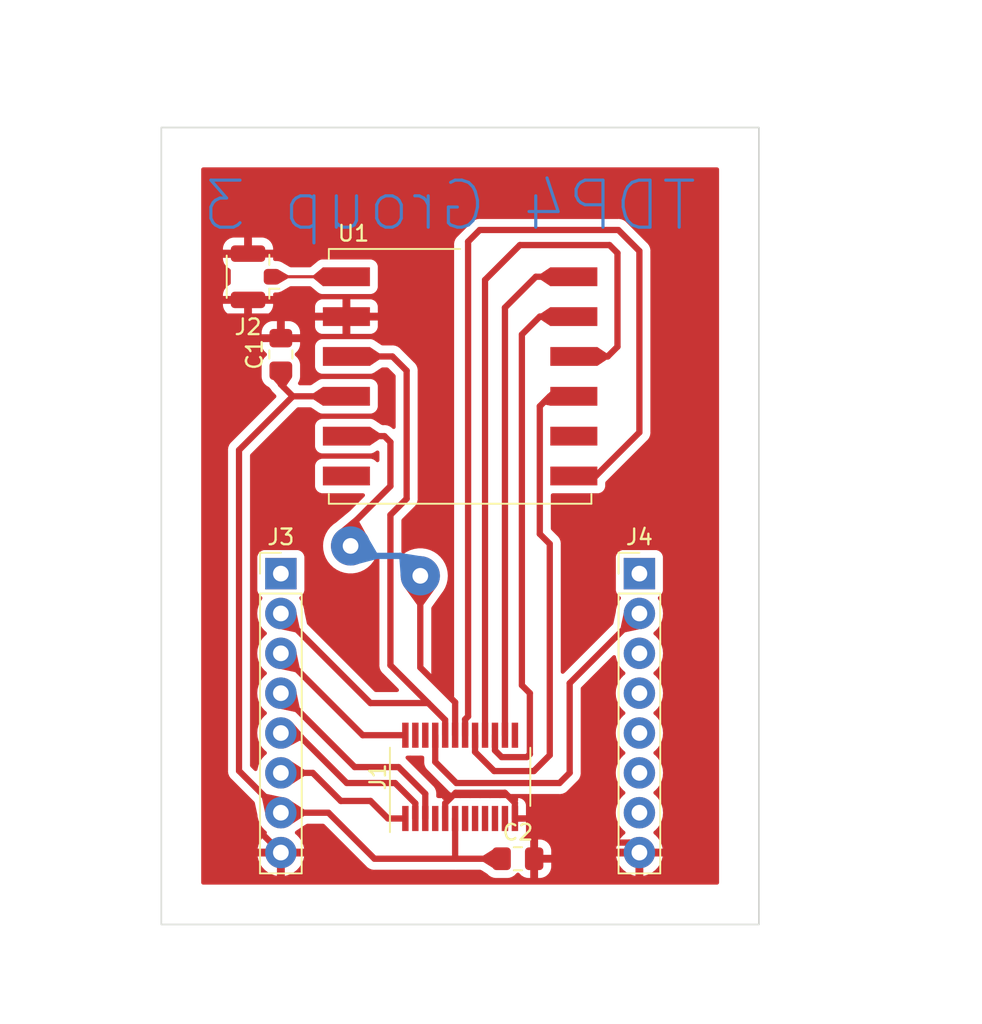
<source format=kicad_pcb>
(kicad_pcb (version 20221018) (generator pcbnew)
  (layers (0 "F.Cu" signal) (31 "B.Cu" signal) (44 "Edge.Cuts" user))
  (net 0 "")
  (net 1 "Net-(J1-U_MOSI)")
  (net 2 "Net-(J1-U_MISO)")
  (net 3 "Net-(J1-U_CLK)")
  (net 5 "GND")
  (net 6 "+3V3")
  (net 13 "Net-(J1-M_SEL)")
  (net 14 "Net-(J1-M_MISO)")
  (net 15 "Net-(J1-M_MOSI)")
  (net 16 "Net-(J1-M_CLK)")
  (net 17 "Net-(J1-M_CTRL)")
  (net 18 "Net-(J1-M_IRQ)")
  (net 19 "Net-(J1-SDN)")
  (net 20 "Net-(J1-U_IRQ)")
  (net 23 "Net-(J1-U_SEL)")
  (net 33 "Net-(J2-In)")
  (footprint "Capacitor_SMD:C_0805_2012Metric_Pad1.18x1.45mm_HandSolder" (layer "F.Cu") (at 58.42 115.6843 90)
    (fp_text reference "C1" (at 0 -1.68 90) (layer "F.SilkS"))
    (fp_text value "C")
    (fp_line (start -0.261252 -0.735) (end 0.261252 -0.735) (stroke (width 0.12)) (layer "F.SilkS"))
    (fp_line (start -0.261252 0.735) (end 0.261252 0.735) (stroke (width 0.12)) (layer "F.SilkS"))
    (pad "1" smd roundrect (at -1.0375 0 90) (size 1.175 1.45) (layers "F.Cu" "F.Paste" "F.Mask") (roundrect_rratio 0.212766) (net 6 "+3V3"))
    (pad "2" smd roundrect (at 1.0375 0 90) (size 1.175 1.45) (layers "F.Cu" "F.Paste" "F.Mask") (roundrect_rratio 0.212766) (net 5 "GND"))
  )
  (footprint "Connector_PinHeader_2.54mm:PinHeader_1x08_P2.54mm_Vertical" (layer "F.Cu") (at 58.42 129.6543)
    (fp_text reference "J3" (at 0 -2.33) (layer "F.SilkS"))
    (fp_text value "Conn_01x08")
    (fp_line (start -1.33 -1.33) (end 0 -1.33) (stroke (width 0.12)) (layer "F.SilkS"))
    (fp_line (start -1.33 0) (end -1.33 -1.33) (stroke (width 0.12)) (layer "F.SilkS"))
    (fp_line (start -1.33 1.27) (end -1.33 19.11) (stroke (width 0.12)) (layer "F.SilkS"))
    (fp_line (start -1.33 1.27) (end 1.33 1.27) (stroke (width 0.12)) (layer "F.SilkS"))
    (fp_line (start -1.33 19.11) (end 1.33 19.11) (stroke (width 0.12)) (layer "F.SilkS"))
    (fp_line (start 1.33 1.27) (end 1.33 19.11) (stroke (width 0.12)) (layer "F.SilkS"))
    (pad "1" thru_hole rect (at 0 0) (size 2 2) (drill 1) (layers "*.Cu" "*.Mask"))
    (pad "2" thru_hole oval (at 0 2.54) (size 2 2) (drill 1) (layers "*.Cu" "*.Mask") (net 19 "Net-(J1-SDN)"))
    (pad "3" thru_hole oval (at 0 5.08) (size 2 2) (drill 1) (layers "*.Cu" "*.Mask") (net 23 "Net-(J1-U_SEL)"))
    (pad "4" thru_hole oval (at 0 7.62) (size 2 2) (drill 1) (layers "*.Cu" "*.Mask") (net 3 "Net-(J1-U_CLK)"))
    (pad "5" thru_hole oval (at 0 10.16) (size 2 2) (drill 1) (layers "*.Cu" "*.Mask") (net 2 "Net-(J1-U_MISO)"))
    (pad "6" thru_hole oval (at 0 12.7) (size 2 2) (drill 1) (layers "*.Cu" "*.Mask") (net 1 "Net-(J1-U_MOSI)"))
    (pad "7" thru_hole oval (at 0 15.24) (size 2 2) (drill 1) (layers "*.Cu" "*.Mask") (net 6 "+3V3"))
    (pad "8" thru_hole oval (at 0 17.78) (size 2 2) (drill 1) (layers "*.Cu" "*.Mask") (net 5 "GND"))
  )
  (footprint "Package_SO:QSOP-24_3.9x8.7mm_P0.635mm" (layer "F.Cu") (at 69.85 142.6083 90)
    (fp_text reference "J1" (at 0 -5.25 90) (layer "F.SilkS"))
    (fp_text value "Zeta CODEC QSOP")
    (fp_line (start -3.525 -4.475) (end 1.8586 -4.475) (stroke (width 0.12)) (layer "F.SilkS"))
    (fp_line (start -1.8543 4.475) (end 1.8543 4.475) (stroke (width 0.12)) (layer "F.SilkS"))
    (pad "1" smd rect (at -2.6543 -3.4925 90) (size 1.6 0.41) (layers "F.Cu" "F.Paste" "F.Mask") (net 1 "Net-(J1-U_MOSI)"))
    (pad "2" smd rect (at -2.6543 -2.8575 90) (size 1.6 0.41) (layers "F.Cu" "F.Paste" "F.Mask") (net 2 "Net-(J1-U_MISO)"))
    (pad "3" smd rect (at -2.6543 -2.2225 90) (size 1.6 0.41) (layers "F.Cu" "F.Paste" "F.Mask") (net 3 "Net-(J1-U_CLK)"))
    (pad "4" smd rect (at -2.6543 -1.5875 90) (size 1.6 0.41) (layers "F.Cu" "F.Paste" "F.Mask"))
    (pad "5" smd rect (at -2.6543 -0.9525 90) (size 1.6 0.41) (layers "F.Cu" "F.Paste" "F.Mask") (net 5 "GND"))
    (pad "6" smd rect (at -2.6543 -0.3175 90) (size 1.6 0.41) (layers "F.Cu" "F.Paste" "F.Mask") (net 6 "+3V3"))
    (pad "7" smd rect (at -2.6543 0.3175 90) (size 1.6 0.41) (layers "F.Cu" "F.Paste" "F.Mask"))
    (pad "8" smd rect (at -2.6543 0.9525 90) (size 1.6 0.41) (layers "F.Cu" "F.Paste" "F.Mask"))
    (pad "9" smd rect (at -2.6543 1.5875 90) (size 1.6 0.41) (layers "F.Cu" "F.Paste" "F.Mask"))
    (pad "10" smd rect (at -2.6543 2.2225 90) (size 1.6 0.41) (layers "F.Cu" "F.Paste" "F.Mask"))
    (pad "11" smd rect (at -2.6543 2.8575 90) (size 1.6 0.41) (layers "F.Cu" "F.Paste" "F.Mask"))
    (pad "12" smd rect (at -2.6543 3.4925 90) (size 1.6 0.41) (layers "F.Cu" "F.Paste" "F.Mask") (net 5 "GND"))
    (pad "13" smd rect (at 2.6543 3.4925 90) (size 1.6 0.41) (layers "F.Cu" "F.Paste" "F.Mask"))
    (pad "14" smd rect (at 2.6543 2.8575 90) (size 1.6 0.41) (layers "F.Cu" "F.Paste" "F.Mask") (net 13 "Net-(J1-M_SEL)"))
    (pad "15" smd rect (at 2.6543 2.2225 90) (size 1.6 0.41) (layers "F.Cu" "F.Paste" "F.Mask") (net 14 "Net-(J1-M_MISO)"))
    (pad "16" smd rect (at 2.6543 1.5875 90) (size 1.6 0.41) (layers "F.Cu" "F.Paste" "F.Mask") (net 15 "Net-(J1-M_MOSI)"))
    (pad "17" smd rect (at 2.6543 0.9525 90) (size 1.6 0.41) (layers "F.Cu" "F.Paste" "F.Mask") (net 16 "Net-(J1-M_CLK)"))
    (pad "18" smd rect (at 2.6543 0.3175 90) (size 1.6 0.41) (layers "F.Cu" "F.Paste" "F.Mask") (net 17 "Net-(J1-M_CTRL)"))
    (pad "19" smd rect (at 2.6543 -0.3175 90) (size 1.6 0.41) (layers "F.Cu" "F.Paste" "F.Mask") (net 18 "Net-(J1-M_IRQ)"))
    (pad "20" smd rect (at 2.6543 -0.9525 90) (size 1.6 0.41) (layers "F.Cu" "F.Paste" "F.Mask") (net 19 "Net-(J1-SDN)"))
    (pad "21" smd rect (at 2.6543 -1.5875 90) (size 1.6 0.41) (layers "F.Cu" "F.Paste" "F.Mask") (net 20 "Net-(J1-U_IRQ)"))
    (pad "22" smd rect (at 2.6543 -2.2225 90) (size 1.6 0.41) (layers "F.Cu" "F.Paste" "F.Mask"))
    (pad "23" smd rect (at 2.6543 -2.8575 90) (size 1.6 0.41) (layers "F.Cu" "F.Paste" "F.Mask"))
    (pad "24" smd rect (at 2.6543 -3.4925 90) (size 1.6 0.41) (layers "F.Cu" "F.Paste" "F.Mask") (net 23 "Net-(J1-U_SEL)"))
  )
  (footprint "RF_Module:ZETA-433-SO_SMD" (layer "F.Cu") (at 69.85 117.0813)
    (fp_text reference "U1" (at -6.8 -9.11) (layer "F.SilkS"))
    (fp_text value "ZETA-433-SO")
    (fp_line (start -8.37 -8.12) (end -8.37 -7.5) (stroke (width 0.12)) (layer "F.SilkS"))
    (fp_line (start -8.37 -8.12) (end 0 -8.12) (stroke (width 0.12)) (layer "F.SilkS"))
    (fp_line (start -8.37 8.12) (end -8.37 7.5) (stroke (width 0.12)) (layer "F.SilkS"))
    (fp_line (start 8.37 8.12) (end -8.37 8.12) (stroke (width 0.12)) (layer "F.SilkS"))
    (fp_line (start 8.37 8.12) (end 8.37 7.5) (stroke (width 0.12)) (layer "F.SilkS"))
    (pad "1" smd rect (at -7.25 -6.35) (size 3 1.2) (layers "F.Cu" "F.Paste" "F.Mask") (net 33 "Net-(J2-In)"))
    (pad "2" smd rect (at -7.25 -3.81) (size 3 1.2) (layers "F.Cu" "F.Paste" "F.Mask") (net 5 "GND"))
    (pad "3" smd rect (at -7.25 -1.27) (size 3 1.2) (layers "F.Cu" "F.Paste" "F.Mask") (net 19 "Net-(J1-SDN)"))
    (pad "4" smd rect (at -7.25 1.27) (size 3 1.2) (layers "F.Cu" "F.Paste" "F.Mask") (net 6 "+3V3"))
    (pad "5" smd rect (at -7.25 3.81) (size 3 1.2) (layers "F.Cu" "F.Paste" "F.Mask") (net 18 "Net-(J1-M_IRQ)"))
    (pad "6" smd rect (at -7.25 6.35) (size 3 1.2) (layers "F.Cu" "F.Paste" "F.Mask"))
    (pad "7" smd rect (at 7.25 6.35) (size 3 1.2) (layers "F.Cu" "F.Paste" "F.Mask") (net 17 "Net-(J1-M_CTRL)"))
    (pad "8" smd rect (at 7.25 3.81) (size 3 1.2) (layers "F.Cu" "F.Paste" "F.Mask"))
    (pad "9" smd rect (at 7.25 1.27) (size 3 1.2) (layers "F.Cu" "F.Paste" "F.Mask") (net 16 "Net-(J1-M_CLK)"))
    (pad "10" smd rect (at 7.25 -1.27) (size 3 1.2) (layers "F.Cu" "F.Paste" "F.Mask") (net 15 "Net-(J1-M_MOSI)"))
    (pad "11" smd rect (at 7.25 -3.81) (size 3 1.2) (layers "F.Cu" "F.Paste" "F.Mask") (net 14 "Net-(J1-M_MISO)"))
    (pad "12" smd rect (at 7.25 -6.35) (size 3 1.2) (layers "F.Cu" "F.Paste" "F.Mask") (net 13 "Net-(J1-M_SEL)"))
  )
  (footprint "Connector_PinHeader_2.54mm:PinHeader_1x08_P2.54mm_Vertical" (layer "F.Cu") (at 81.28 129.6543)
    (fp_text reference "J4" (at 0 -2.33) (layer "F.SilkS"))
    (fp_text value "Conn_01x08")
    (fp_line (start -1.33 -1.33) (end 0 -1.33) (stroke (width 0.12)) (layer "F.SilkS"))
    (fp_line (start -1.33 0) (end -1.33 -1.33) (stroke (width 0.12)) (layer "F.SilkS"))
    (fp_line (start -1.33 1.27) (end -1.33 19.11) (stroke (width 0.12)) (layer "F.SilkS"))
    (fp_line (start -1.33 1.27) (end 1.33 1.27) (stroke (width 0.12)) (layer "F.SilkS"))
    (fp_line (start -1.33 19.11) (end 1.33 19.11) (stroke (width 0.12)) (layer "F.SilkS"))
    (fp_line (start 1.33 1.27) (end 1.33 19.11) (stroke (width 0.12)) (layer "F.SilkS"))
    (pad "1" thru_hole rect (at 0 0) (size 2 2) (drill 1) (layers "*.Cu" "*.Mask"))
    (pad "2" thru_hole oval (at 0 2.54) (size 2 2) (drill 1) (layers "*.Cu" "*.Mask") (net 20 "Net-(J1-U_IRQ)"))
    (pad "3" thru_hole oval (at 0 5.08) (size 2 2) (drill 1) (layers "*.Cu" "*.Mask"))
    (pad "4" thru_hole oval (at 0 7.62) (size 2 2) (drill 1) (layers "*.Cu" "*.Mask"))
    (pad "5" thru_hole oval (at 0 10.16) (size 2 2) (drill 1) (layers "*.Cu" "*.Mask"))
    (pad "6" thru_hole oval (at 0 12.7) (size 2 2) (drill 1) (layers "*.Cu" "*.Mask"))
    (pad "7" thru_hole oval (at 0 15.24) (size 2 2) (drill 1) (layers "*.Cu" "*.Mask"))
    (pad "8" thru_hole oval (at 0 17.78) (size 2 2) (drill 1) (layers "*.Cu" "*.Mask") (net 5 "GND"))
  )
  (footprint "Connector_Coaxial:U.FL_Hirose_U.FL-R-SMT-1_Vertical" (layer "F.Cu") (at 56.802 110.7313 180)
    (fp_text reference "J2" (at 0.475 -3.2) (layer "F.SilkS"))
    (fp_text value "Conn_Coaxial")
    (fp_line (start -0.885 -1.4) (end -0.885 -0.76) (stroke (width 0.12)) (layer "F.SilkS"))
    (fp_line (start -0.885 -0.76) (end -1.515 -0.76) (stroke (width 0.12)) (layer "F.SilkS"))
    (fp_line (start -0.885 1.4) (end -0.885 0.76) (stroke (width 0.12)) (layer "F.SilkS"))
    (fp_line (start 1.835 -1.35) (end 1.835 1.35) (stroke (width 0.12)) (layer "F.SilkS"))
    (pad "1" smd roundrect (at -1.05 0 180) (size 1.05 1) (layers "F.Cu" "F.Paste" "F.Mask") (net 33 "Net-(J2-In)"))
    (pad "2" smd roundrect (at 0.475 -1.475 180) (size 2.2 1.05) (layers "F.Cu" "F.Paste" "F.Mask") (roundrect_rratio 0.2380952381) (net 5 "GND"))
    (pad "2" smd roundrect (at 0.475 1.475 180) (size 2.2 1.05) (layers "F.Cu" "F.Paste" "F.Mask") (roundrect_rratio 0.2380952381) (net 5 "GND"))
    (zone (net 0) (net_name "") (layers "*.Cu") (connect_pads (clearance 0)) (min_thickness 0.25)
      (keepout (tracks not_allowed) (vias not_allowed) (pads not_allowed) (copperpour not_allowed) (footprints allowed))
      (fill (thermal_gap 0.5) (thermal_bridge_width 0.5))
      (polygon (pts (xy 55.227 111.6813) (xy 57.317 111.6813) (xy 57.317 109.7813) (xy 55.227 109.7813)))
    )
  )
  (footprint "Capacitor_SMD:C_0805_2012Metric_Pad1.18x1.45mm_HandSolder" (layer "F.Cu") (at 73.533 147.828)
    (fp_text reference "C2" (at 0 -1.68) (layer "F.SilkS"))
    (fp_text value "C")
    (fp_line (start -0.261252 -0.735) (end 0.261252 -0.735) (stroke (width 0.12)) (layer "F.SilkS"))
    (fp_line (start -0.261252 0.735) (end 0.261252 0.735) (stroke (width 0.12)) (layer "F.SilkS"))
    (pad "1" smd roundrect (at -1.0375 0) (size 1.175 1.45) (layers "F.Cu" "F.Paste" "F.Mask") (roundrect_rratio 0.212766) (net 6 "+3V3"))
    (pad "2" smd roundrect (at 1.0375 0) (size 1.175 1.45) (layers "F.Cu" "F.Paste" "F.Mask") (roundrect_rratio 0.212766) (net 5 "GND"))
  )
  (gr_rect (start 50.8 101.219) (end 88.9 152.019) (stroke (width 0.1)) (fill none) (layer "Edge.Cuts"))
  (gr_text "TDP4 Group 3 \n" (at 85.09 107.95) (layer "B.Cu") (effects (font (size 3 3) (thickness 0.2) bold) (justify left bottom mirror)))
  (segment (start 60.452 142.3543) (end 62.2427 144.145) (width 0.4) (layer "F.Cu") (net 1))
  (segment (start 62.2427 144.145) (end 64.135 144.145) (width 0.4) (layer "F.Cu") (net 1))
  (segment (start 64.135 144.145) (end 65.2526 145.2626) (width 0.4) (layer "F.Cu") (net 1))
  (segment (start 65.2526 145.2626) (end 66.3575 145.2626) (width 0.4) (layer "F.Cu") (net 1))
  (segment (start 58.42 142.3543) (end 60.452 142.3543) (width 0.4) (layer "F.Cu") (net 1))
  (segment (start 65.7019 143.002) (end 66.9925 144.2926) (width 0.4) (layer "F.Cu") (net 2))
  (segment (start 59.436 139.8143) (end 62.6237 143.002) (width 0.4) (layer "F.Cu") (net 2))
  (segment (start 62.6237 143.002) (end 65.7019 143.002) (width 0.4) (layer "F.Cu") (net 2))
  (segment (start 58.42 139.8143) (end 59.436 139.8143) (width 0.4) (layer "F.Cu") (net 2))
  (segment (start 66.9925 144.2926) (end 66.9925 145.2626) (width 0.4) (layer "F.Cu") (net 2))
  (segment (start 58.42 137.2743) (end 63.1317 141.986) (width 0.4) (layer "F.Cu") (net 3))
  (segment (start 67.6275 143.6878) (end 67.6275 145.2626) (width 0.4) (layer "F.Cu") (net 3))
  (segment (start 65.9257 141.986) (end 67.6275 143.6878) (width 0.4) (layer "F.Cu") (net 3))
  (segment (start 63.1317 141.986) (end 65.9257 141.986) (width 0.4) (layer "F.Cu") (net 3))
  (segment (start 77.47 146.7993) (end 80.645 146.7993) (width 0.4) (layer "F.Cu") (net 5))
  (segment (start 56.327 114.2873) (end 56.327 112.2063) (width 0.4) (layer "F.Cu") (net 5))
  (segment (start 75.9333 145.2626) (end 77.47 146.7993) (width 0.4) (layer "F.Cu") (net 5))
  (segment (start 68.8975 145.2626) (end 68.8975 144.2926) (width 0.4) (layer "F.Cu") (net 5))
  (segment (start 62.6 113.2713) (end 54.229 113.2713) (width 0.4) (layer "F.Cu") (net 5))
  (segment (start 54.229 113.2713) (end 54.229 109.428851) (width 0.4) (layer "F.Cu") (net 5))
  (segment (start 72.7042 143.6243) (end 73.3425 144.2626) (width 0.4) (layer "F.Cu") (net 5))
  (segment (start 80.645 146.7993) (end 81.28 147.4343) (width 0.4) (layer "F.Cu") (net 5))
  (segment (start 77.47 146.7993) (end 76.4413 147.828) (width 0.4) (layer "F.Cu") (net 5))
  (segment (start 56.6865 114.6468) (end 56.327 114.2873) (width 0.4) (layer "F.Cu") (net 5))
  (segment (start 68.8975 144.2926) (end 69.5658 143.6243) (width 0.4) (layer "F.Cu") (net 5))
  (segment (start 54.229 143.2433) (end 58.42 147.4343) (width 0.4) (layer "F.Cu") (net 5))
  (segment (start 73.3425 144.2626) (end 73.3425 145.2626) (width 0.4) (layer "F.Cu") (net 5))
  (segment (start 58.42 114.6468) (end 56.6865 114.6468) (width 0.4) (layer "F.Cu") (net 5))
  (segment (start 54.331394 109.326457) (end 56.327 109.326457) (width 0.4) (layer "F.Cu") (net 5))
  (segment (start 73.3425 145.2626) (end 75.9333 145.2626) (width 0.4) (layer "F.Cu") (net 5))
  (segment (start 54.229 113.2713) (end 54.229 143.2433) (width 0.4) (layer "F.Cu") (net 5))
  (segment (start 54.229 109.428851) (end 54.331394 109.326457) (width 0.4) (layer "F.Cu") (net 5))
  (segment (start 69.5658 143.6243) (end 72.7042 143.6243) (width 0.4) (layer "F.Cu") (net 5))
  (segment (start 76.4413 147.828) (end 74.5705 147.828) (width 0.4) (layer "F.Cu") (net 5))
  (segment (start 58.42 116.7218) (end 58.42 117.5893) (width 0.4) (layer "F.Cu") (net 6))
  (segment (start 58.42 117.5893) (end 59.182 118.3513) (width 0.4) (layer "F.Cu") (net 6))
  (segment (start 64.389 147.828) (end 69.596 147.828) (width 0.4) (layer "F.Cu") (net 6))
  (segment (start 69.596 147.828) (end 69.5325 147.7645) (width 0.4) (layer "F.Cu") (net 6))
  (segment (start 58.42 144.8943) (end 61.4553 144.8943) (width 0.4) (layer "F.Cu") (net 6))
  (segment (start 61.4553 144.8943) (end 64.389 147.828) (width 0.4) (layer "F.Cu") (net 6))
  (segment (start 55.753 142.2273) (end 55.753 121.7803) (width 0.4) (layer "F.Cu") (net 6))
  (segment (start 69.596 147.828) (end 72.4955 147.828) (width 0.4) (layer "F.Cu") (net 6))
  (segment (start 59.182 118.3513) (end 62.6 118.3513) (width 0.4) (layer "F.Cu") (net 6))
  (segment (start 55.753 121.7803) (end 59.182 118.3513) (width 0.4) (layer "F.Cu") (net 6))
  (segment (start 58.42 144.8943) (end 55.753 142.2273) (width 0.4) (layer "F.Cu") (net 6))
  (segment (start 69.5325 147.7645) (end 69.5325 145.2626) (width 0.4) (layer "F.Cu") (net 6))
  (segment (start 77.1 110.7313) (end 74.676 110.7313) (width 0.4) (layer "F.Cu") (net 13))
  (segment (start 74.676 110.7313) (end 72.7075 112.6998) (width 0.4) (layer "F.Cu") (net 13))
  (segment (start 72.7075 112.6998) (end 72.7075 139.954) (width 0.4) (layer "F.Cu") (net 13))
  (segment (start 72.0725 140.924) (end 72.0725 139.954) (width 0.4) (layer "F.Cu") (net 14))
  (segment (start 74.93 113.2713) (end 73.787 114.4143) (width 0.4) (layer "F.Cu") (net 14))
  (segment (start 72.4995 141.351) (end 72.0725 140.924) (width 0.4) (layer "F.Cu") (net 14))
  (segment (start 74.1069 141.351) (end 72.4995 141.351) (width 0.4) (layer "F.Cu") (net 14))
  (segment (start 74.295 137.2743) (end 74.295 141.1629) (width 0.4) (layer "F.Cu") (net 14))
  (segment (start 73.787 114.4143) (end 73.787 136.7663) (width 0.4) (layer "F.Cu") (net 14))
  (segment (start 74.295 141.1629) (end 74.1069 141.351) (width 0.4) (layer "F.Cu") (net 14))
  (segment (start 77.1 113.2713) (end 74.93 113.2713) (width 0.4) (layer "F.Cu") (net 14))
  (segment (start 73.787 136.7663) (end 74.295 137.2743) (width 0.4) (layer "F.Cu") (net 14))
  (segment (start 79.375 108.712) (end 73.66 108.712) (width 0.4) (layer "F.Cu") (net 15))
  (segment (start 79.2607 115.8113) (end 79.883 115.189) (width 0.4) (layer "F.Cu") (net 15))
  (segment (start 79.883 115.189) (end 79.883 109.22) (width 0.4) (layer "F.Cu") (net 15))
  (segment (start 79.883 109.22) (end 79.375 108.712) (width 0.4) (layer "F.Cu") (net 15))
  (segment (start 77.1 115.8113) (end 79.2607 115.8113) (width 0.4) (layer "F.Cu") (net 15))
  (segment (start 71.4375 110.9345) (end 71.4375 139.954) (width 0.4) (layer "F.Cu") (net 15))
  (segment (start 73.66 108.712) (end 71.4375 110.9345) (width 0.4) (layer "F.Cu") (net 15))
  (segment (start 72.0217 142.24) (end 70.8025 141.0208) (width 0.4) (layer "F.Cu") (net 16))
  (segment (start 70.8025 141.0208) (end 70.8025 139.954) (width 0.4) (layer "F.Cu") (net 16))
  (segment (start 74.93 127.1253) (end 75.565 127.7603) (width 0.4) (layer "F.Cu") (net 16))
  (segment (start 74.549 142.24) (end 72.0217 142.24) (width 0.4) (layer "F.Cu") (net 16))
  (segment (start 77.1 118.3513) (end 75.565 118.3513) (width 0.4) (layer "F.Cu") (net 16))
  (segment (start 74.93 118.9863) (end 74.93 127.1253) (width 0.4) (layer "F.Cu") (net 16))
  (segment (start 75.565 118.3513) (end 74.93 118.9863) (width 0.4) (layer "F.Cu") (net 16))
  (segment (start 75.565 141.224) (end 74.549 142.24) (width 0.4) (layer "F.Cu") (net 16))
  (segment (start 75.565 127.7603) (end 75.565 141.224) (width 0.4) (layer "F.Cu") (net 16))
  (segment (start 79.937 107.75) (end 81.28 109.093) (width 0.4) (layer "F.Cu") (net 17))
  (segment (start 70.358 108.492122) (end 71.100122 107.75) (width 0.4) (layer "F.Cu") (net 17))
  (segment (start 78.4987 123.4313) (end 77.1 123.4313) (width 0.4) (layer "F.Cu") (net 17))
  (segment (start 81.28 109.093) (end 81.28 120.65) (width 0.4) (layer "F.Cu") (net 17))
  (segment (start 70.1675 139.954) (end 70.1675 138.9445) (width 0.4) (layer "F.Cu") (net 17))
  (segment (start 71.100122 107.75) (end 79.937 107.75) (width 0.4) (layer "F.Cu") (net 17))
  (segment (start 70.358 138.754) (end 70.358 108.492122) (width 0.4) (layer "F.Cu") (net 17))
  (segment (start 70.1675 138.9445) (end 70.358 138.754) (width 0.4) (layer "F.Cu") (net 17))
  (segment (start 81.28 120.65) (end 78.4987 123.4313) (width 0.4) (layer "F.Cu") (net 17))
  (segment (start 67.31 129.794) (end 67.31 135.636) (width 0.4) (layer "F.Cu") (net 18))
  (segment (start 65.405 121.2723) (end 65.024 120.8913) (width 0.4) (layer "F.Cu") (net 18))
  (segment (start 62.865 126.619) (end 65.405 124.079) (width 0.4) (layer "F.Cu") (net 18))
  (segment (start 65.405 124.079) (end 65.405 121.2723) (width 0.4) (layer "F.Cu") (net 18))
  (segment (start 65.024 120.8913) (end 62.6 120.8913) (width 0.4) (layer "F.Cu") (net 18))
  (segment (start 67.31 135.636) (end 69.5325 137.8585) (width 0.4) (layer "F.Cu") (net 18))
  (segment (start 62.865 127.889) (end 62.865 126.619) (width 0.4) (layer "F.Cu") (net 18))
  (segment (start 69.5325 137.8585) (end 69.5325 139.954) (width 0.4) (layer "F.Cu") (net 18))
  (via (at 67.31 129.794) (size 2.5) (drill 1) (layers "F.Cu" "B.Cu") (net 18))
  (via (at 62.865 127.889) (size 2.5) (drill 1) (layers "F.Cu" "B.Cu") (net 18))
  (segment (start 67.31 129.794) (end 66.04 128.524) (width 0.4) (layer "B.Cu") (net 18))
  (segment (start 66.04 128.524) (end 63.5 128.524) (width 0.4) (layer "B.Cu") (net 18))
  (segment (start 63.5 128.524) (end 62.865 127.889) (width 0.4) (layer "B.Cu") (net 18))
  (segment (start 62.6 115.8113) (end 65.532 115.8113) (width 0.4) (layer "F.Cu") (net 19))
  (segment (start 67.818 137.9045) (end 68.8975 138.984) (width 0.4) (layer "F.Cu") (net 19))
  (segment (start 64.1302 137.9045) (end 67.818 137.9045) (width 0.4) (layer "F.Cu") (net 19))
  (segment (start 65.405 135.4915) (end 67.818 137.9045) (width 0.4) (layer "F.Cu") (net 19))
  (segment (start 68.8975 138.984) (end 68.8975 139.954) (width 0.4) (layer "F.Cu") (net 19))
  (segment (start 66.44 124.879686) (end 65.405 125.914686) (width 0.4) (layer "F.Cu") (net 19))
  (segment (start 65.532 115.8113) (end 66.44 116.7193) (width 0.4) (layer "F.Cu") (net 19))
  (segment (start 65.405 125.914686) (end 65.405 135.4915) (width 0.4) (layer "F.Cu") (net 19))
  (segment (start 66.44 116.7193) (end 66.44 124.879686) (width 0.4) (layer "F.Cu") (net 19))
  (segment (start 58.42 132.1943) (end 64.1302 137.9045) (width 0.4) (layer "F.Cu") (net 19))
  (segment (start 68.2625 139.954) (end 68.2625 141.6558) (width 0.4) (layer "F.Cu") (net 20))
  (segment (start 76.835 142.3543) (end 76.835 136.6393) (width 0.4) (layer "F.Cu") (net 20))
  (segment (start 69.6087 143.002) (end 76.1873 143.002) (width 0.4) (layer "F.Cu") (net 20))
  (segment (start 76.1873 143.002) (end 76.835 142.3543) (width 0.4) (layer "F.Cu") (net 20))
  (segment (start 68.2625 141.6558) (end 69.6087 143.002) (width 0.4) (layer "F.Cu") (net 20))
  (segment (start 76.835 136.6393) (end 81.28 132.1943) (width 0.4) (layer "F.Cu") (net 20))
  (segment (start 63.6397 139.954) (end 66.3575 139.954) (width 0.4) (layer "F.Cu") (net 23))
  (segment (start 58.42 134.7343) (end 63.6397 139.954) (width 0.4) (layer "F.Cu") (net 23))
  (segment (start 57.852 110.7313) (end 62.6 110.7313) (width 0.2) (layer "F.Cu") (net 33))
  (zone (net 5) (net_name "GND") (layer "F.Cu") (connect_pads (clearance 0.5)) (min_thickness 0.25) (fill yes (thermal_gap 0.5) (thermal_bridge_width 0.5))
    (polygon (pts (xy 44.069 94.996) (xy 101.092 93.091) (xy 103.124 158.369) (xy 40.513 157.48)))
  )
)
</source>
